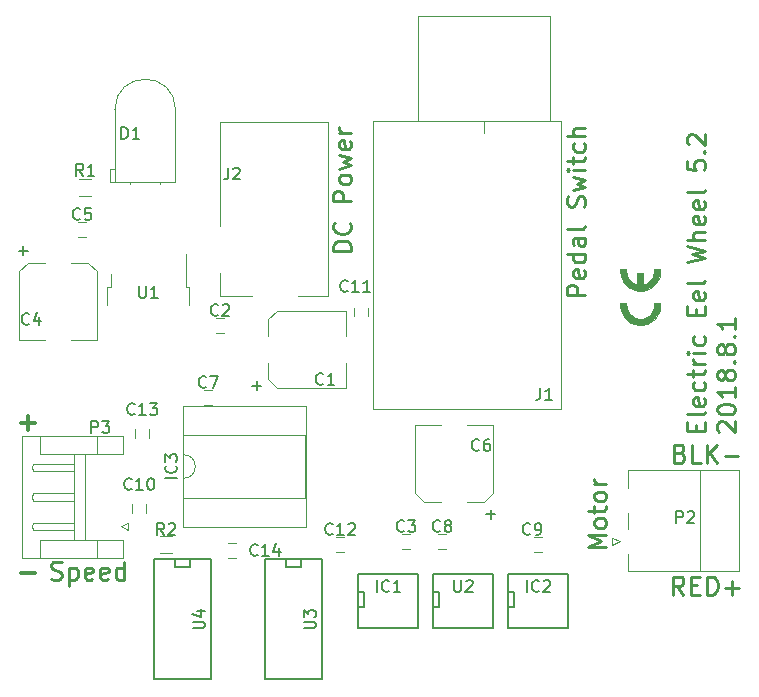
<source format=gto>
G04 #@! TF.FileFunction,Legend,Top*
%FSLAX46Y46*%
G04 Gerber Fmt 4.6, Leading zero omitted, Abs format (unit mm)*
G04 Created by KiCad (PCBNEW 4.0.7) date 08/01/18 14:34:15*
%MOMM*%
%LPD*%
G01*
G04 APERTURE LIST*
%ADD10C,0.150000*%
%ADD11C,0.254000*%
%ADD12C,0.300000*%
%ADD13C,0.120000*%
%ADD14C,0.010000*%
%ADD15C,0.050000*%
%ADD16R,1.600000X1.600000*%
%ADD17O,1.600000X1.600000*%
%ADD18R,1.143000X0.508000*%
%ADD19R,3.600000X1.800000*%
%ADD20O,3.600000X1.800000*%
%ADD21R,0.508000X1.143000*%
%ADD22R,3.500000X1.600000*%
%ADD23R,0.800000X0.750000*%
%ADD24R,1.600000X3.500000*%
%ADD25R,0.750000X0.800000*%
%ADD26R,1.800000X1.800000*%
%ADD27C,1.800000*%
%ADD28C,2.500000*%
%ADD29C,2.000000*%
%ADD30C,3.100000*%
%ADD31R,3.500000X3.500000*%
%ADD32R,1.850000X1.850000*%
%ADD33C,1.850000*%
%ADD34R,0.500000X0.900000*%
%ADD35R,1.200000X2.200000*%
%ADD36R,5.800000X6.400000*%
%ADD37C,7.000000*%
G04 APERTURE END LIST*
D10*
D11*
X101019429Y-86868000D02*
X99495429Y-86868000D01*
X100584000Y-86360000D01*
X99495429Y-85852000D01*
X101019429Y-85852000D01*
X101019429Y-84908572D02*
X100946857Y-85053714D01*
X100874286Y-85126286D01*
X100729143Y-85198857D01*
X100293714Y-85198857D01*
X100148571Y-85126286D01*
X100076000Y-85053714D01*
X100003429Y-84908572D01*
X100003429Y-84690857D01*
X100076000Y-84545714D01*
X100148571Y-84473143D01*
X100293714Y-84400572D01*
X100729143Y-84400572D01*
X100874286Y-84473143D01*
X100946857Y-84545714D01*
X101019429Y-84690857D01*
X101019429Y-84908572D01*
X100003429Y-83965143D02*
X100003429Y-83384572D01*
X99495429Y-83747429D02*
X100801714Y-83747429D01*
X100946857Y-83674857D01*
X101019429Y-83529715D01*
X101019429Y-83384572D01*
X101019429Y-82658858D02*
X100946857Y-82804000D01*
X100874286Y-82876572D01*
X100729143Y-82949143D01*
X100293714Y-82949143D01*
X100148571Y-82876572D01*
X100076000Y-82804000D01*
X100003429Y-82658858D01*
X100003429Y-82441143D01*
X100076000Y-82296000D01*
X100148571Y-82223429D01*
X100293714Y-82150858D01*
X100729143Y-82150858D01*
X100874286Y-82223429D01*
X100946857Y-82296000D01*
X101019429Y-82441143D01*
X101019429Y-82658858D01*
X101019429Y-81497715D02*
X100003429Y-81497715D01*
X100293714Y-81497715D02*
X100148571Y-81425143D01*
X100076000Y-81352572D01*
X100003429Y-81207429D01*
X100003429Y-81062286D01*
X54029429Y-89516857D02*
X54247143Y-89589429D01*
X54610000Y-89589429D01*
X54755143Y-89516857D01*
X54827714Y-89444286D01*
X54900286Y-89299143D01*
X54900286Y-89154000D01*
X54827714Y-89008857D01*
X54755143Y-88936286D01*
X54610000Y-88863714D01*
X54319714Y-88791143D01*
X54174572Y-88718571D01*
X54102000Y-88646000D01*
X54029429Y-88500857D01*
X54029429Y-88355714D01*
X54102000Y-88210571D01*
X54174572Y-88138000D01*
X54319714Y-88065429D01*
X54682572Y-88065429D01*
X54900286Y-88138000D01*
X55553429Y-88573429D02*
X55553429Y-90097429D01*
X55553429Y-88646000D02*
X55698572Y-88573429D01*
X55988858Y-88573429D01*
X56134001Y-88646000D01*
X56206572Y-88718571D01*
X56279143Y-88863714D01*
X56279143Y-89299143D01*
X56206572Y-89444286D01*
X56134001Y-89516857D01*
X55988858Y-89589429D01*
X55698572Y-89589429D01*
X55553429Y-89516857D01*
X57512858Y-89516857D02*
X57367715Y-89589429D01*
X57077429Y-89589429D01*
X56932286Y-89516857D01*
X56859715Y-89371714D01*
X56859715Y-88791143D01*
X56932286Y-88646000D01*
X57077429Y-88573429D01*
X57367715Y-88573429D01*
X57512858Y-88646000D01*
X57585429Y-88791143D01*
X57585429Y-88936286D01*
X56859715Y-89081429D01*
X58819144Y-89516857D02*
X58674001Y-89589429D01*
X58383715Y-89589429D01*
X58238572Y-89516857D01*
X58166001Y-89371714D01*
X58166001Y-88791143D01*
X58238572Y-88646000D01*
X58383715Y-88573429D01*
X58674001Y-88573429D01*
X58819144Y-88646000D01*
X58891715Y-88791143D01*
X58891715Y-88936286D01*
X58166001Y-89081429D01*
X60198001Y-89589429D02*
X60198001Y-88065429D01*
X60198001Y-89516857D02*
X60052858Y-89589429D01*
X59762572Y-89589429D01*
X59617430Y-89516857D01*
X59544858Y-89444286D01*
X59472287Y-89299143D01*
X59472287Y-88863714D01*
X59544858Y-88718571D01*
X59617430Y-88646000D01*
X59762572Y-88573429D01*
X60052858Y-88573429D01*
X60198001Y-88646000D01*
X108603143Y-76980143D02*
X108603143Y-76472143D01*
X109401429Y-76254429D02*
X109401429Y-76980143D01*
X107877429Y-76980143D01*
X107877429Y-76254429D01*
X109401429Y-75383572D02*
X109328857Y-75528714D01*
X109183714Y-75601286D01*
X107877429Y-75601286D01*
X109328857Y-74222428D02*
X109401429Y-74367571D01*
X109401429Y-74657857D01*
X109328857Y-74803000D01*
X109183714Y-74875571D01*
X108603143Y-74875571D01*
X108458000Y-74803000D01*
X108385429Y-74657857D01*
X108385429Y-74367571D01*
X108458000Y-74222428D01*
X108603143Y-74149857D01*
X108748286Y-74149857D01*
X108893429Y-74875571D01*
X109328857Y-72843571D02*
X109401429Y-72988714D01*
X109401429Y-73279000D01*
X109328857Y-73424142D01*
X109256286Y-73496714D01*
X109111143Y-73569285D01*
X108675714Y-73569285D01*
X108530571Y-73496714D01*
X108458000Y-73424142D01*
X108385429Y-73279000D01*
X108385429Y-72988714D01*
X108458000Y-72843571D01*
X108385429Y-72408142D02*
X108385429Y-71827571D01*
X107877429Y-72190428D02*
X109183714Y-72190428D01*
X109328857Y-72117856D01*
X109401429Y-71972714D01*
X109401429Y-71827571D01*
X109401429Y-71319571D02*
X108385429Y-71319571D01*
X108675714Y-71319571D02*
X108530571Y-71246999D01*
X108458000Y-71174428D01*
X108385429Y-71029285D01*
X108385429Y-70884142D01*
X109401429Y-70376142D02*
X108385429Y-70376142D01*
X107877429Y-70376142D02*
X107950000Y-70448713D01*
X108022571Y-70376142D01*
X107950000Y-70303570D01*
X107877429Y-70376142D01*
X108022571Y-70376142D01*
X109328857Y-68997285D02*
X109401429Y-69142428D01*
X109401429Y-69432714D01*
X109328857Y-69577856D01*
X109256286Y-69650428D01*
X109111143Y-69722999D01*
X108675714Y-69722999D01*
X108530571Y-69650428D01*
X108458000Y-69577856D01*
X108385429Y-69432714D01*
X108385429Y-69142428D01*
X108458000Y-68997285D01*
X108603143Y-67182999D02*
X108603143Y-66674999D01*
X109401429Y-66457285D02*
X109401429Y-67182999D01*
X107877429Y-67182999D01*
X107877429Y-66457285D01*
X109328857Y-65223570D02*
X109401429Y-65368713D01*
X109401429Y-65658999D01*
X109328857Y-65804142D01*
X109183714Y-65876713D01*
X108603143Y-65876713D01*
X108458000Y-65804142D01*
X108385429Y-65658999D01*
X108385429Y-65368713D01*
X108458000Y-65223570D01*
X108603143Y-65150999D01*
X108748286Y-65150999D01*
X108893429Y-65876713D01*
X109401429Y-64280142D02*
X109328857Y-64425284D01*
X109183714Y-64497856D01*
X107877429Y-64497856D01*
X107877429Y-62683570D02*
X109401429Y-62320713D01*
X108312857Y-62030427D01*
X109401429Y-61740141D01*
X107877429Y-61377284D01*
X109401429Y-60796713D02*
X107877429Y-60796713D01*
X109401429Y-60143570D02*
X108603143Y-60143570D01*
X108458000Y-60216141D01*
X108385429Y-60361284D01*
X108385429Y-60578999D01*
X108458000Y-60724141D01*
X108530571Y-60796713D01*
X109328857Y-58837284D02*
X109401429Y-58982427D01*
X109401429Y-59272713D01*
X109328857Y-59417856D01*
X109183714Y-59490427D01*
X108603143Y-59490427D01*
X108458000Y-59417856D01*
X108385429Y-59272713D01*
X108385429Y-58982427D01*
X108458000Y-58837284D01*
X108603143Y-58764713D01*
X108748286Y-58764713D01*
X108893429Y-59490427D01*
X109328857Y-57530998D02*
X109401429Y-57676141D01*
X109401429Y-57966427D01*
X109328857Y-58111570D01*
X109183714Y-58184141D01*
X108603143Y-58184141D01*
X108458000Y-58111570D01*
X108385429Y-57966427D01*
X108385429Y-57676141D01*
X108458000Y-57530998D01*
X108603143Y-57458427D01*
X108748286Y-57458427D01*
X108893429Y-58184141D01*
X109401429Y-56587570D02*
X109328857Y-56732712D01*
X109183714Y-56805284D01*
X107877429Y-56805284D01*
X107877429Y-54120141D02*
X107877429Y-54845855D01*
X108603143Y-54918426D01*
X108530571Y-54845855D01*
X108458000Y-54700712D01*
X108458000Y-54337855D01*
X108530571Y-54192712D01*
X108603143Y-54120141D01*
X108748286Y-54047569D01*
X109111143Y-54047569D01*
X109256286Y-54120141D01*
X109328857Y-54192712D01*
X109401429Y-54337855D01*
X109401429Y-54700712D01*
X109328857Y-54845855D01*
X109256286Y-54918426D01*
X109256286Y-53394426D02*
X109328857Y-53321854D01*
X109401429Y-53394426D01*
X109328857Y-53466997D01*
X109256286Y-53394426D01*
X109401429Y-53394426D01*
X108022571Y-52741283D02*
X107950000Y-52668712D01*
X107877429Y-52523569D01*
X107877429Y-52160712D01*
X107950000Y-52015569D01*
X108022571Y-51942998D01*
X108167714Y-51870426D01*
X108312857Y-51870426D01*
X108530571Y-51942998D01*
X109401429Y-52813855D01*
X109401429Y-51870426D01*
X110562571Y-77052714D02*
X110490000Y-76980143D01*
X110417429Y-76835000D01*
X110417429Y-76472143D01*
X110490000Y-76327000D01*
X110562571Y-76254429D01*
X110707714Y-76181857D01*
X110852857Y-76181857D01*
X111070571Y-76254429D01*
X111941429Y-77125286D01*
X111941429Y-76181857D01*
X110417429Y-75238428D02*
X110417429Y-75093285D01*
X110490000Y-74948142D01*
X110562571Y-74875571D01*
X110707714Y-74803000D01*
X110998000Y-74730428D01*
X111360857Y-74730428D01*
X111651143Y-74803000D01*
X111796286Y-74875571D01*
X111868857Y-74948142D01*
X111941429Y-75093285D01*
X111941429Y-75238428D01*
X111868857Y-75383571D01*
X111796286Y-75456142D01*
X111651143Y-75528714D01*
X111360857Y-75601285D01*
X110998000Y-75601285D01*
X110707714Y-75528714D01*
X110562571Y-75456142D01*
X110490000Y-75383571D01*
X110417429Y-75238428D01*
X111941429Y-73278999D02*
X111941429Y-74149856D01*
X111941429Y-73714428D02*
X110417429Y-73714428D01*
X110635143Y-73859571D01*
X110780286Y-74004713D01*
X110852857Y-74149856D01*
X111070571Y-72408142D02*
X110998000Y-72553284D01*
X110925429Y-72625856D01*
X110780286Y-72698427D01*
X110707714Y-72698427D01*
X110562571Y-72625856D01*
X110490000Y-72553284D01*
X110417429Y-72408142D01*
X110417429Y-72117856D01*
X110490000Y-71972713D01*
X110562571Y-71900142D01*
X110707714Y-71827570D01*
X110780286Y-71827570D01*
X110925429Y-71900142D01*
X110998000Y-71972713D01*
X111070571Y-72117856D01*
X111070571Y-72408142D01*
X111143143Y-72553284D01*
X111215714Y-72625856D01*
X111360857Y-72698427D01*
X111651143Y-72698427D01*
X111796286Y-72625856D01*
X111868857Y-72553284D01*
X111941429Y-72408142D01*
X111941429Y-72117856D01*
X111868857Y-71972713D01*
X111796286Y-71900142D01*
X111651143Y-71827570D01*
X111360857Y-71827570D01*
X111215714Y-71900142D01*
X111143143Y-71972713D01*
X111070571Y-72117856D01*
X111796286Y-71174427D02*
X111868857Y-71101855D01*
X111941429Y-71174427D01*
X111868857Y-71246998D01*
X111796286Y-71174427D01*
X111941429Y-71174427D01*
X111070571Y-70230999D02*
X110998000Y-70376141D01*
X110925429Y-70448713D01*
X110780286Y-70521284D01*
X110707714Y-70521284D01*
X110562571Y-70448713D01*
X110490000Y-70376141D01*
X110417429Y-70230999D01*
X110417429Y-69940713D01*
X110490000Y-69795570D01*
X110562571Y-69722999D01*
X110707714Y-69650427D01*
X110780286Y-69650427D01*
X110925429Y-69722999D01*
X110998000Y-69795570D01*
X111070571Y-69940713D01*
X111070571Y-70230999D01*
X111143143Y-70376141D01*
X111215714Y-70448713D01*
X111360857Y-70521284D01*
X111651143Y-70521284D01*
X111796286Y-70448713D01*
X111868857Y-70376141D01*
X111941429Y-70230999D01*
X111941429Y-69940713D01*
X111868857Y-69795570D01*
X111796286Y-69722999D01*
X111651143Y-69650427D01*
X111360857Y-69650427D01*
X111215714Y-69722999D01*
X111143143Y-69795570D01*
X111070571Y-69940713D01*
X111796286Y-68997284D02*
X111868857Y-68924712D01*
X111941429Y-68997284D01*
X111868857Y-69069855D01*
X111796286Y-68997284D01*
X111941429Y-68997284D01*
X111941429Y-67473284D02*
X111941429Y-68344141D01*
X111941429Y-67908713D02*
X110417429Y-67908713D01*
X110635143Y-68053856D01*
X110780286Y-68198998D01*
X110852857Y-68344141D01*
D12*
X51498572Y-89007143D02*
X52641429Y-89007143D01*
X51498572Y-76307143D02*
X52641429Y-76307143D01*
X52070000Y-76878571D02*
X52070000Y-75735714D01*
D11*
X99241429Y-65495714D02*
X97717429Y-65495714D01*
X97717429Y-64915142D01*
X97790000Y-64770000D01*
X97862571Y-64697428D01*
X98007714Y-64624857D01*
X98225429Y-64624857D01*
X98370571Y-64697428D01*
X98443143Y-64770000D01*
X98515714Y-64915142D01*
X98515714Y-65495714D01*
X99168857Y-63391142D02*
X99241429Y-63536285D01*
X99241429Y-63826571D01*
X99168857Y-63971714D01*
X99023714Y-64044285D01*
X98443143Y-64044285D01*
X98298000Y-63971714D01*
X98225429Y-63826571D01*
X98225429Y-63536285D01*
X98298000Y-63391142D01*
X98443143Y-63318571D01*
X98588286Y-63318571D01*
X98733429Y-64044285D01*
X99241429Y-62012285D02*
X97717429Y-62012285D01*
X99168857Y-62012285D02*
X99241429Y-62157428D01*
X99241429Y-62447714D01*
X99168857Y-62592856D01*
X99096286Y-62665428D01*
X98951143Y-62737999D01*
X98515714Y-62737999D01*
X98370571Y-62665428D01*
X98298000Y-62592856D01*
X98225429Y-62447714D01*
X98225429Y-62157428D01*
X98298000Y-62012285D01*
X99241429Y-60633428D02*
X98443143Y-60633428D01*
X98298000Y-60705999D01*
X98225429Y-60851142D01*
X98225429Y-61141428D01*
X98298000Y-61286571D01*
X99168857Y-60633428D02*
X99241429Y-60778571D01*
X99241429Y-61141428D01*
X99168857Y-61286571D01*
X99023714Y-61359142D01*
X98878571Y-61359142D01*
X98733429Y-61286571D01*
X98660857Y-61141428D01*
X98660857Y-60778571D01*
X98588286Y-60633428D01*
X99241429Y-59690000D02*
X99168857Y-59835142D01*
X99023714Y-59907714D01*
X97717429Y-59907714D01*
X99168857Y-58020856D02*
X99241429Y-57803142D01*
X99241429Y-57440285D01*
X99168857Y-57295142D01*
X99096286Y-57222571D01*
X98951143Y-57149999D01*
X98806000Y-57149999D01*
X98660857Y-57222571D01*
X98588286Y-57295142D01*
X98515714Y-57440285D01*
X98443143Y-57730571D01*
X98370571Y-57875713D01*
X98298000Y-57948285D01*
X98152857Y-58020856D01*
X98007714Y-58020856D01*
X97862571Y-57948285D01*
X97790000Y-57875713D01*
X97717429Y-57730571D01*
X97717429Y-57367713D01*
X97790000Y-57149999D01*
X98225429Y-56641999D02*
X99241429Y-56351713D01*
X98515714Y-56061427D01*
X99241429Y-55771142D01*
X98225429Y-55480856D01*
X99241429Y-54900285D02*
X98225429Y-54900285D01*
X97717429Y-54900285D02*
X97790000Y-54972856D01*
X97862571Y-54900285D01*
X97790000Y-54827713D01*
X97717429Y-54900285D01*
X97862571Y-54900285D01*
X98225429Y-54392285D02*
X98225429Y-53811714D01*
X97717429Y-54174571D02*
X99023714Y-54174571D01*
X99168857Y-54101999D01*
X99241429Y-53956857D01*
X99241429Y-53811714D01*
X99168857Y-52650571D02*
X99241429Y-52795714D01*
X99241429Y-53086000D01*
X99168857Y-53231142D01*
X99096286Y-53303714D01*
X98951143Y-53376285D01*
X98515714Y-53376285D01*
X98370571Y-53303714D01*
X98298000Y-53231142D01*
X98225429Y-53086000D01*
X98225429Y-52795714D01*
X98298000Y-52650571D01*
X99241429Y-51997428D02*
X97717429Y-51997428D01*
X99241429Y-51344285D02*
X98443143Y-51344285D01*
X98298000Y-51416856D01*
X98225429Y-51561999D01*
X98225429Y-51779714D01*
X98298000Y-51924856D01*
X98370571Y-51997428D01*
X79429429Y-61758286D02*
X77905429Y-61758286D01*
X77905429Y-61395429D01*
X77978000Y-61177714D01*
X78123143Y-61032572D01*
X78268286Y-60960000D01*
X78558571Y-60887429D01*
X78776286Y-60887429D01*
X79066571Y-60960000D01*
X79211714Y-61032572D01*
X79356857Y-61177714D01*
X79429429Y-61395429D01*
X79429429Y-61758286D01*
X79284286Y-59363429D02*
X79356857Y-59436000D01*
X79429429Y-59653714D01*
X79429429Y-59798857D01*
X79356857Y-60016572D01*
X79211714Y-60161714D01*
X79066571Y-60234286D01*
X78776286Y-60306857D01*
X78558571Y-60306857D01*
X78268286Y-60234286D01*
X78123143Y-60161714D01*
X77978000Y-60016572D01*
X77905429Y-59798857D01*
X77905429Y-59653714D01*
X77978000Y-59436000D01*
X78050571Y-59363429D01*
X79429429Y-57549143D02*
X77905429Y-57549143D01*
X77905429Y-56968571D01*
X77978000Y-56823429D01*
X78050571Y-56750857D01*
X78195714Y-56678286D01*
X78413429Y-56678286D01*
X78558571Y-56750857D01*
X78631143Y-56823429D01*
X78703714Y-56968571D01*
X78703714Y-57549143D01*
X79429429Y-55807429D02*
X79356857Y-55952571D01*
X79284286Y-56025143D01*
X79139143Y-56097714D01*
X78703714Y-56097714D01*
X78558571Y-56025143D01*
X78486000Y-55952571D01*
X78413429Y-55807429D01*
X78413429Y-55589714D01*
X78486000Y-55444571D01*
X78558571Y-55372000D01*
X78703714Y-55299429D01*
X79139143Y-55299429D01*
X79284286Y-55372000D01*
X79356857Y-55444571D01*
X79429429Y-55589714D01*
X79429429Y-55807429D01*
X78413429Y-54791429D02*
X79429429Y-54501143D01*
X78703714Y-54210857D01*
X79429429Y-53920572D01*
X78413429Y-53630286D01*
X79356857Y-52469143D02*
X79429429Y-52614286D01*
X79429429Y-52904572D01*
X79356857Y-53049715D01*
X79211714Y-53122286D01*
X78631143Y-53122286D01*
X78486000Y-53049715D01*
X78413429Y-52904572D01*
X78413429Y-52614286D01*
X78486000Y-52469143D01*
X78631143Y-52396572D01*
X78776286Y-52396572D01*
X78921429Y-53122286D01*
X79429429Y-51743429D02*
X78413429Y-51743429D01*
X78703714Y-51743429D02*
X78558571Y-51670857D01*
X78486000Y-51598286D01*
X78413429Y-51453143D01*
X78413429Y-51308000D01*
X107550857Y-90859429D02*
X107042857Y-90133714D01*
X106680000Y-90859429D02*
X106680000Y-89335429D01*
X107260572Y-89335429D01*
X107405714Y-89408000D01*
X107478286Y-89480571D01*
X107550857Y-89625714D01*
X107550857Y-89843429D01*
X107478286Y-89988571D01*
X107405714Y-90061143D01*
X107260572Y-90133714D01*
X106680000Y-90133714D01*
X108204000Y-90061143D02*
X108712000Y-90061143D01*
X108929714Y-90859429D02*
X108204000Y-90859429D01*
X108204000Y-89335429D01*
X108929714Y-89335429D01*
X109582857Y-90859429D02*
X109582857Y-89335429D01*
X109945714Y-89335429D01*
X110163429Y-89408000D01*
X110308571Y-89553143D01*
X110381143Y-89698286D01*
X110453714Y-89988571D01*
X110453714Y-90206286D01*
X110381143Y-90496571D01*
X110308571Y-90641714D01*
X110163429Y-90786857D01*
X109945714Y-90859429D01*
X109582857Y-90859429D01*
X111106857Y-90278857D02*
X112268000Y-90278857D01*
X111687429Y-90859429D02*
X111687429Y-89698286D01*
X107260572Y-78885143D02*
X107478286Y-78957714D01*
X107550858Y-79030286D01*
X107623429Y-79175429D01*
X107623429Y-79393143D01*
X107550858Y-79538286D01*
X107478286Y-79610857D01*
X107333144Y-79683429D01*
X106752572Y-79683429D01*
X106752572Y-78159429D01*
X107260572Y-78159429D01*
X107405715Y-78232000D01*
X107478286Y-78304571D01*
X107550858Y-78449714D01*
X107550858Y-78594857D01*
X107478286Y-78740000D01*
X107405715Y-78812571D01*
X107260572Y-78885143D01*
X106752572Y-78885143D01*
X109002286Y-79683429D02*
X108276572Y-79683429D01*
X108276572Y-78159429D01*
X109510286Y-79683429D02*
X109510286Y-78159429D01*
X110381143Y-79683429D02*
X109728000Y-78812571D01*
X110381143Y-78159429D02*
X109510286Y-79030286D01*
X111034286Y-79102857D02*
X112195429Y-79102857D01*
D13*
X65218000Y-79010000D02*
G75*
G02X65218000Y-81010000I0J-1000000D01*
G01*
X65218000Y-81010000D02*
X65218000Y-82660000D01*
X65218000Y-82660000D02*
X75498000Y-82660000D01*
X75498000Y-82660000D02*
X75498000Y-77360000D01*
X75498000Y-77360000D02*
X65218000Y-77360000D01*
X65218000Y-77360000D02*
X65218000Y-79010000D01*
X65158000Y-85150000D02*
X75558000Y-85150000D01*
X75558000Y-85150000D02*
X75558000Y-74870000D01*
X75558000Y-74870000D02*
X65158000Y-74870000D01*
X65158000Y-74870000D02*
X65158000Y-85150000D01*
D10*
X76962000Y-98044000D02*
X72136000Y-98044000D01*
X72136000Y-98044000D02*
X72136000Y-87884000D01*
X72136000Y-87884000D02*
X76962000Y-87884000D01*
X76962000Y-87884000D02*
X76962000Y-98044000D01*
X75184000Y-87884000D02*
X75184000Y-88519000D01*
X75184000Y-88519000D02*
X73914000Y-88519000D01*
X73914000Y-88519000D02*
X73914000Y-87884000D01*
D13*
X102860000Y-88890000D02*
X112220000Y-88890000D01*
X112220000Y-88890000D02*
X112220000Y-80330000D01*
X112220000Y-80330000D02*
X102860000Y-80330000D01*
X102860000Y-88890000D02*
X102860000Y-87410000D01*
X102860000Y-80330000D02*
X102860000Y-81810000D01*
X102860000Y-85310000D02*
X102860000Y-83910000D01*
X108940000Y-88890000D02*
X108940000Y-80330000D01*
X101540000Y-86060000D02*
X102140000Y-86360000D01*
X102140000Y-86360000D02*
X101540000Y-86660000D01*
X101540000Y-86660000D02*
X101540000Y-86060000D01*
D14*
G36*
X102196407Y-66258267D02*
X102199762Y-66229509D01*
X102211675Y-66150067D01*
X102468871Y-66150121D01*
X102726067Y-66150176D01*
X102727353Y-66349088D01*
X102729130Y-66443848D01*
X102734113Y-66516089D01*
X102743909Y-66577119D01*
X102760126Y-66638248D01*
X102774898Y-66683466D01*
X102856180Y-66872813D01*
X102962485Y-67040539D01*
X103091995Y-67185046D01*
X103242893Y-67304731D01*
X103413363Y-67397995D01*
X103601586Y-67463236D01*
X103680056Y-67480862D01*
X103824354Y-67500852D01*
X103959207Y-67501238D01*
X104102789Y-67482021D01*
X104108877Y-67480862D01*
X104303499Y-67427077D01*
X104481174Y-67344623D01*
X104640006Y-67235172D01*
X104778102Y-67100395D01*
X104893565Y-66941961D01*
X104984499Y-66761541D01*
X105013623Y-66683466D01*
X105034856Y-66615408D01*
X105048631Y-66554335D01*
X105056571Y-66488831D01*
X105060300Y-66407479D01*
X105061168Y-66349106D01*
X105062867Y-66150212D01*
X105318983Y-66150139D01*
X105575100Y-66150067D01*
X105585683Y-66202983D01*
X105593444Y-66281259D01*
X105591715Y-66387978D01*
X105580604Y-66519102D01*
X105576219Y-66556466D01*
X105558505Y-66654023D01*
X105528874Y-66768756D01*
X105491073Y-66889112D01*
X105448851Y-67003541D01*
X105405954Y-67100490D01*
X105389766Y-67131220D01*
X105258207Y-67333251D01*
X105103599Y-67513491D01*
X104928772Y-67669207D01*
X104736556Y-67797667D01*
X104654206Y-67841414D01*
X104469419Y-67922111D01*
X104290766Y-67976742D01*
X104106836Y-68007968D01*
X103906221Y-68018447D01*
X103894466Y-68018474D01*
X103692898Y-68009097D01*
X103508645Y-67979184D01*
X103330250Y-67926064D01*
X103146258Y-67847063D01*
X103134119Y-67841110D01*
X102959408Y-67739181D01*
X102793101Y-67612029D01*
X102640807Y-67465391D01*
X102508137Y-67305003D01*
X102400701Y-67136601D01*
X102355379Y-67044863D01*
X102306236Y-66918071D01*
X102264107Y-66778837D01*
X102230525Y-66635199D01*
X102207025Y-66495198D01*
X102195140Y-66366874D01*
X102196407Y-66258267D01*
X102196407Y-66258267D01*
G37*
X102196407Y-66258267D02*
X102199762Y-66229509D01*
X102211675Y-66150067D01*
X102468871Y-66150121D01*
X102726067Y-66150176D01*
X102727353Y-66349088D01*
X102729130Y-66443848D01*
X102734113Y-66516089D01*
X102743909Y-66577119D01*
X102760126Y-66638248D01*
X102774898Y-66683466D01*
X102856180Y-66872813D01*
X102962485Y-67040539D01*
X103091995Y-67185046D01*
X103242893Y-67304731D01*
X103413363Y-67397995D01*
X103601586Y-67463236D01*
X103680056Y-67480862D01*
X103824354Y-67500852D01*
X103959207Y-67501238D01*
X104102789Y-67482021D01*
X104108877Y-67480862D01*
X104303499Y-67427077D01*
X104481174Y-67344623D01*
X104640006Y-67235172D01*
X104778102Y-67100395D01*
X104893565Y-66941961D01*
X104984499Y-66761541D01*
X105013623Y-66683466D01*
X105034856Y-66615408D01*
X105048631Y-66554335D01*
X105056571Y-66488831D01*
X105060300Y-66407479D01*
X105061168Y-66349106D01*
X105062867Y-66150212D01*
X105318983Y-66150139D01*
X105575100Y-66150067D01*
X105585683Y-66202983D01*
X105593444Y-66281259D01*
X105591715Y-66387978D01*
X105580604Y-66519102D01*
X105576219Y-66556466D01*
X105558505Y-66654023D01*
X105528874Y-66768756D01*
X105491073Y-66889112D01*
X105448851Y-67003541D01*
X105405954Y-67100490D01*
X105389766Y-67131220D01*
X105258207Y-67333251D01*
X105103599Y-67513491D01*
X104928772Y-67669207D01*
X104736556Y-67797667D01*
X104654206Y-67841414D01*
X104469419Y-67922111D01*
X104290766Y-67976742D01*
X104106836Y-68007968D01*
X103906221Y-68018447D01*
X103894466Y-68018474D01*
X103692898Y-68009097D01*
X103508645Y-67979184D01*
X103330250Y-67926064D01*
X103146258Y-67847063D01*
X103134119Y-67841110D01*
X102959408Y-67739181D01*
X102793101Y-67612029D01*
X102640807Y-67465391D01*
X102508137Y-67305003D01*
X102400701Y-67136601D01*
X102355379Y-67044863D01*
X102306236Y-66918071D01*
X102264107Y-66778837D01*
X102230525Y-66635199D01*
X102207025Y-66495198D01*
X102195140Y-66366874D01*
X102196407Y-66258267D01*
G36*
X102200087Y-63345619D02*
X102200862Y-63340740D01*
X102212723Y-63270535D01*
X102466109Y-63275201D01*
X102719494Y-63279866D01*
X102724550Y-63474600D01*
X102742693Y-63670731D01*
X102787620Y-63848668D01*
X102861175Y-64012708D01*
X102965201Y-64167148D01*
X103073932Y-64289035D01*
X103149007Y-64360611D01*
X103217833Y-64414883D01*
X103294232Y-64461823D01*
X103361798Y-64496733D01*
X103434737Y-64531061D01*
X103502289Y-64560075D01*
X103555114Y-64579899D01*
X103576967Y-64585992D01*
X103632000Y-64596433D01*
X103632000Y-63610066D01*
X104156933Y-63610066D01*
X104156933Y-64596433D01*
X104211967Y-64585992D01*
X104250372Y-64574130D01*
X104309518Y-64550586D01*
X104380062Y-64519233D01*
X104427135Y-64496733D01*
X104517571Y-64448891D01*
X104590468Y-64400909D01*
X104659647Y-64342813D01*
X104715001Y-64289035D01*
X104845255Y-64139243D01*
X104943533Y-63983358D01*
X105011679Y-63817083D01*
X105051537Y-63636119D01*
X105064383Y-63474600D01*
X105069439Y-63279866D01*
X105322183Y-63275204D01*
X105574928Y-63270541D01*
X105585597Y-63323887D01*
X105593391Y-63401342D01*
X105592005Y-63505448D01*
X105581588Y-63630297D01*
X105576926Y-63669333D01*
X105531535Y-63896632D01*
X105455945Y-64112727D01*
X105352594Y-64315147D01*
X105223920Y-64501419D01*
X105072360Y-64669073D01*
X104900352Y-64815635D01*
X104710334Y-64938635D01*
X104504744Y-65035599D01*
X104286019Y-65104056D01*
X104133843Y-65132674D01*
X103900186Y-65148883D01*
X103671115Y-65133310D01*
X103449247Y-65087739D01*
X103237201Y-65013956D01*
X103037594Y-64913746D01*
X102853043Y-64788897D01*
X102686166Y-64641192D01*
X102539580Y-64472418D01*
X102415904Y-64284360D01*
X102317755Y-64078804D01*
X102247750Y-63857535D01*
X102244518Y-63843865D01*
X102223626Y-63737573D01*
X102207909Y-63625054D01*
X102198195Y-63515857D01*
X102195311Y-63419529D01*
X102200087Y-63345619D01*
X102200087Y-63345619D01*
G37*
X102200087Y-63345619D02*
X102200862Y-63340740D01*
X102212723Y-63270535D01*
X102466109Y-63275201D01*
X102719494Y-63279866D01*
X102724550Y-63474600D01*
X102742693Y-63670731D01*
X102787620Y-63848668D01*
X102861175Y-64012708D01*
X102965201Y-64167148D01*
X103073932Y-64289035D01*
X103149007Y-64360611D01*
X103217833Y-64414883D01*
X103294232Y-64461823D01*
X103361798Y-64496733D01*
X103434737Y-64531061D01*
X103502289Y-64560075D01*
X103555114Y-64579899D01*
X103576967Y-64585992D01*
X103632000Y-64596433D01*
X103632000Y-63610066D01*
X104156933Y-63610066D01*
X104156933Y-64596433D01*
X104211967Y-64585992D01*
X104250372Y-64574130D01*
X104309518Y-64550586D01*
X104380062Y-64519233D01*
X104427135Y-64496733D01*
X104517571Y-64448891D01*
X104590468Y-64400909D01*
X104659647Y-64342813D01*
X104715001Y-64289035D01*
X104845255Y-64139243D01*
X104943533Y-63983358D01*
X105011679Y-63817083D01*
X105051537Y-63636119D01*
X105064383Y-63474600D01*
X105069439Y-63279866D01*
X105322183Y-63275204D01*
X105574928Y-63270541D01*
X105585597Y-63323887D01*
X105593391Y-63401342D01*
X105592005Y-63505448D01*
X105581588Y-63630297D01*
X105576926Y-63669333D01*
X105531535Y-63896632D01*
X105455945Y-64112727D01*
X105352594Y-64315147D01*
X105223920Y-64501419D01*
X105072360Y-64669073D01*
X104900352Y-64815635D01*
X104710334Y-64938635D01*
X104504744Y-65035599D01*
X104286019Y-65104056D01*
X104133843Y-65132674D01*
X103900186Y-65148883D01*
X103671115Y-65133310D01*
X103449247Y-65087739D01*
X103237201Y-65013956D01*
X103037594Y-64913746D01*
X102853043Y-64788897D01*
X102686166Y-64641192D01*
X102539580Y-64472418D01*
X102415904Y-64284360D01*
X102317755Y-64078804D01*
X102247750Y-63857535D01*
X102244518Y-63843865D01*
X102223626Y-63737573D01*
X102207909Y-63625054D01*
X102198195Y-63515857D01*
X102195311Y-63419529D01*
X102200087Y-63345619D01*
D10*
X80010000Y-89154000D02*
X85090000Y-89154000D01*
X85090000Y-89154000D02*
X85090000Y-93726000D01*
X85090000Y-93726000D02*
X80010000Y-93726000D01*
X80010000Y-93726000D02*
X80010000Y-89154000D01*
X80010000Y-90678000D02*
X80518000Y-90678000D01*
X80518000Y-90678000D02*
X80518000Y-91948000D01*
X80518000Y-91948000D02*
X80010000Y-91948000D01*
X92710000Y-89154000D02*
X97790000Y-89154000D01*
X97790000Y-89154000D02*
X97790000Y-93726000D01*
X97790000Y-93726000D02*
X92710000Y-93726000D01*
X92710000Y-93726000D02*
X92710000Y-89154000D01*
X92710000Y-90678000D02*
X93218000Y-90678000D01*
X93218000Y-90678000D02*
X93218000Y-91948000D01*
X93218000Y-91948000D02*
X92710000Y-91948000D01*
D13*
X78992000Y-66804000D02*
X78992000Y-68984000D01*
X78992000Y-73404000D02*
X78992000Y-71224000D01*
X72392000Y-72644000D02*
X72392000Y-71224000D01*
X72392000Y-67564000D02*
X72392000Y-68984000D01*
X78992000Y-73404000D02*
X73152000Y-73404000D01*
X73152000Y-73404000D02*
X72392000Y-72644000D01*
X72392000Y-67564000D02*
X73152000Y-66804000D01*
X73152000Y-66804000D02*
X78992000Y-66804000D01*
X67976000Y-67472000D02*
X68676000Y-67472000D01*
X68676000Y-68672000D02*
X67976000Y-68672000D01*
X83724000Y-85760000D02*
X84424000Y-85760000D01*
X84424000Y-86960000D02*
X83724000Y-86960000D01*
X57910000Y-69340000D02*
X55730000Y-69340000D01*
X51310000Y-69340000D02*
X53490000Y-69340000D01*
X52070000Y-62740000D02*
X53490000Y-62740000D01*
X57150000Y-62740000D02*
X55730000Y-62740000D01*
X51310000Y-69340000D02*
X51310000Y-63500000D01*
X51310000Y-63500000D02*
X52070000Y-62740000D01*
X57150000Y-62740000D02*
X57910000Y-63500000D01*
X57910000Y-63500000D02*
X57910000Y-69340000D01*
X56292000Y-59344000D02*
X56992000Y-59344000D01*
X56992000Y-60544000D02*
X56292000Y-60544000D01*
X84838000Y-76456000D02*
X87018000Y-76456000D01*
X91438000Y-76456000D02*
X89258000Y-76456000D01*
X90678000Y-83056000D02*
X89258000Y-83056000D01*
X85598000Y-83056000D02*
X87018000Y-83056000D01*
X91438000Y-76456000D02*
X91438000Y-82296000D01*
X91438000Y-82296000D02*
X90678000Y-83056000D01*
X85598000Y-83056000D02*
X84838000Y-82296000D01*
X84838000Y-82296000D02*
X84838000Y-76456000D01*
X67660000Y-74768000D02*
X66960000Y-74768000D01*
X66960000Y-73568000D02*
X67660000Y-73568000D01*
X86772000Y-85760000D02*
X87472000Y-85760000D01*
X87472000Y-86960000D02*
X86772000Y-86960000D01*
X94900000Y-86014000D02*
X95600000Y-86014000D01*
X95600000Y-87214000D02*
X94900000Y-87214000D01*
X60868000Y-83916000D02*
X60868000Y-83216000D01*
X62068000Y-83216000D02*
X62068000Y-83916000D01*
X80864000Y-66579000D02*
X80864000Y-67279000D01*
X79664000Y-67279000D02*
X79664000Y-66579000D01*
X78836000Y-87214000D02*
X78136000Y-87214000D01*
X78136000Y-86014000D02*
X78836000Y-86014000D01*
X59416000Y-49780000D02*
G75*
G02X64536000Y-49780000I2560000J0D01*
G01*
X64536000Y-55940000D02*
X64536000Y-49780000D01*
X59416000Y-55940000D02*
X59416000Y-49780000D01*
X64536000Y-55940000D02*
X59416000Y-55940000D01*
X59016000Y-55940000D02*
X59016000Y-54820000D01*
X59016000Y-54820000D02*
X59416000Y-54820000D01*
X59416000Y-54820000D02*
X59416000Y-55940000D01*
X59416000Y-55940000D02*
X59016000Y-55940000D01*
X63246000Y-56070000D02*
X63246000Y-55940000D01*
X63246000Y-55940000D02*
X63246000Y-55940000D01*
X63246000Y-55940000D02*
X63246000Y-56070000D01*
X63246000Y-56070000D02*
X63246000Y-56070000D01*
X60706000Y-56070000D02*
X60706000Y-55940000D01*
X60706000Y-55940000D02*
X60706000Y-55940000D01*
X60706000Y-55940000D02*
X60706000Y-56070000D01*
X60706000Y-56070000D02*
X60706000Y-56070000D01*
D15*
X81278000Y-75100000D02*
X97178000Y-75100000D01*
X81278000Y-50800000D02*
X90678000Y-50800000D01*
X81278000Y-50800000D02*
X81278000Y-75100000D01*
X85078000Y-50800000D02*
X85078000Y-41900000D01*
X85078000Y-41900000D02*
X96278000Y-41900000D01*
X96278000Y-41900000D02*
X96278000Y-50800000D01*
X90678000Y-50800000D02*
X90678000Y-51800000D01*
X97178000Y-75100000D02*
X97178000Y-50800000D01*
X90678000Y-50800000D02*
X97178000Y-50800000D01*
D13*
X68298000Y-59643000D02*
X68298000Y-50843000D01*
X68298000Y-50843000D02*
X77498000Y-50843000D01*
X70998000Y-65543000D02*
X68298000Y-65543000D01*
X68298000Y-65543000D02*
X68298000Y-63643000D01*
X77498000Y-50843000D02*
X77498000Y-65543000D01*
X77498000Y-65543000D02*
X74898000Y-65543000D01*
X57870000Y-86240000D02*
X60070000Y-86240000D01*
X60070000Y-86240000D02*
X60070000Y-87740000D01*
X60070000Y-87740000D02*
X51570000Y-87740000D01*
X51570000Y-87740000D02*
X51570000Y-77440000D01*
X51570000Y-77440000D02*
X60070000Y-77440000D01*
X60070000Y-77440000D02*
X60070000Y-78940000D01*
X60070000Y-78940000D02*
X57870000Y-78940000D01*
X53070000Y-87740000D02*
X53070000Y-86240000D01*
X53070000Y-86240000D02*
X57870000Y-86240000D01*
X57870000Y-86240000D02*
X57870000Y-87740000D01*
X53070000Y-77440000D02*
X53070000Y-78940000D01*
X53070000Y-78940000D02*
X57870000Y-78940000D01*
X57870000Y-78940000D02*
X57870000Y-77440000D01*
X55920000Y-86240000D02*
X55920000Y-78940000D01*
X56920000Y-86240000D02*
X56920000Y-78940000D01*
X55920000Y-85090000D02*
X55920000Y-85410000D01*
X55920000Y-85410000D02*
X52500000Y-85410000D01*
X52500000Y-85410000D02*
X52420000Y-85090000D01*
X52420000Y-85090000D02*
X52500000Y-84770000D01*
X52500000Y-84770000D02*
X55920000Y-84770000D01*
X55920000Y-84770000D02*
X55920000Y-85090000D01*
X55920000Y-82590000D02*
X55920000Y-82910000D01*
X55920000Y-82910000D02*
X52500000Y-82910000D01*
X52500000Y-82910000D02*
X52420000Y-82590000D01*
X52420000Y-82590000D02*
X52500000Y-82270000D01*
X52500000Y-82270000D02*
X55920000Y-82270000D01*
X55920000Y-82270000D02*
X55920000Y-82590000D01*
X55920000Y-80090000D02*
X55920000Y-80410000D01*
X55920000Y-80410000D02*
X52500000Y-80410000D01*
X52500000Y-80410000D02*
X52420000Y-80090000D01*
X52420000Y-80090000D02*
X52500000Y-79770000D01*
X52500000Y-79770000D02*
X55920000Y-79770000D01*
X55920000Y-79770000D02*
X55920000Y-80090000D01*
X59920000Y-85090000D02*
X60520000Y-85390000D01*
X60520000Y-85390000D02*
X60520000Y-84790000D01*
X60520000Y-84790000D02*
X59920000Y-85090000D01*
X57396000Y-57068000D02*
X56396000Y-57068000D01*
X56396000Y-55708000D02*
X57396000Y-55708000D01*
X65680000Y-66340000D02*
X65680000Y-64840000D01*
X65680000Y-64840000D02*
X65410000Y-64840000D01*
X65410000Y-64840000D02*
X65410000Y-62010000D01*
X58780000Y-66340000D02*
X58780000Y-64840000D01*
X58780000Y-64840000D02*
X59050000Y-64840000D01*
X59050000Y-64840000D02*
X59050000Y-63740000D01*
D10*
X86360000Y-89154000D02*
X91440000Y-89154000D01*
X91440000Y-89154000D02*
X91440000Y-93726000D01*
X91440000Y-93726000D02*
X86360000Y-93726000D01*
X86360000Y-93726000D02*
X86360000Y-89154000D01*
X86360000Y-90678000D02*
X86868000Y-90678000D01*
X86868000Y-90678000D02*
X86868000Y-91948000D01*
X86868000Y-91948000D02*
X86360000Y-91948000D01*
D13*
X62322000Y-76866000D02*
X62322000Y-77566000D01*
X61122000Y-77566000D02*
X61122000Y-76866000D01*
X63254000Y-85934000D02*
X64254000Y-85934000D01*
X64254000Y-87294000D02*
X63254000Y-87294000D01*
X69692000Y-87722000D02*
X68992000Y-87722000D01*
X68992000Y-86522000D02*
X69692000Y-86522000D01*
D10*
X67564000Y-98044000D02*
X62738000Y-98044000D01*
X62738000Y-98044000D02*
X62738000Y-87884000D01*
X62738000Y-87884000D02*
X67564000Y-87884000D01*
X67564000Y-87884000D02*
X67564000Y-98044000D01*
X65786000Y-87884000D02*
X65786000Y-88519000D01*
X65786000Y-88519000D02*
X64516000Y-88519000D01*
X64516000Y-88519000D02*
X64516000Y-87884000D01*
X64670381Y-80986190D02*
X63670381Y-80986190D01*
X64575143Y-79938571D02*
X64622762Y-79986190D01*
X64670381Y-80129047D01*
X64670381Y-80224285D01*
X64622762Y-80367143D01*
X64527524Y-80462381D01*
X64432286Y-80510000D01*
X64241810Y-80557619D01*
X64098952Y-80557619D01*
X63908476Y-80510000D01*
X63813238Y-80462381D01*
X63718000Y-80367143D01*
X63670381Y-80224285D01*
X63670381Y-80129047D01*
X63718000Y-79986190D01*
X63765619Y-79938571D01*
X63670381Y-79605238D02*
X63670381Y-78986190D01*
X64051333Y-79319524D01*
X64051333Y-79176666D01*
X64098952Y-79081428D01*
X64146571Y-79033809D01*
X64241810Y-78986190D01*
X64479905Y-78986190D01*
X64575143Y-79033809D01*
X64622762Y-79081428D01*
X64670381Y-79176666D01*
X64670381Y-79462381D01*
X64622762Y-79557619D01*
X64575143Y-79605238D01*
X75398381Y-93725905D02*
X76207905Y-93725905D01*
X76303143Y-93678286D01*
X76350762Y-93630667D01*
X76398381Y-93535429D01*
X76398381Y-93344952D01*
X76350762Y-93249714D01*
X76303143Y-93202095D01*
X76207905Y-93154476D01*
X75398381Y-93154476D01*
X75398381Y-92773524D02*
X75398381Y-92154476D01*
X75779333Y-92487810D01*
X75779333Y-92344952D01*
X75826952Y-92249714D01*
X75874571Y-92202095D01*
X75969810Y-92154476D01*
X76207905Y-92154476D01*
X76303143Y-92202095D01*
X76350762Y-92249714D01*
X76398381Y-92344952D01*
X76398381Y-92630667D01*
X76350762Y-92725905D01*
X76303143Y-92773524D01*
X106957905Y-84780381D02*
X106957905Y-83780381D01*
X107338858Y-83780381D01*
X107434096Y-83828000D01*
X107481715Y-83875619D01*
X107529334Y-83970857D01*
X107529334Y-84113714D01*
X107481715Y-84208952D01*
X107434096Y-84256571D01*
X107338858Y-84304190D01*
X106957905Y-84304190D01*
X107910286Y-83875619D02*
X107957905Y-83828000D01*
X108053143Y-83780381D01*
X108291239Y-83780381D01*
X108386477Y-83828000D01*
X108434096Y-83875619D01*
X108481715Y-83970857D01*
X108481715Y-84066095D01*
X108434096Y-84208952D01*
X107862667Y-84780381D01*
X108481715Y-84780381D01*
X81573810Y-90622381D02*
X81573810Y-89622381D01*
X82621429Y-90527143D02*
X82573810Y-90574762D01*
X82430953Y-90622381D01*
X82335715Y-90622381D01*
X82192857Y-90574762D01*
X82097619Y-90479524D01*
X82050000Y-90384286D01*
X82002381Y-90193810D01*
X82002381Y-90050952D01*
X82050000Y-89860476D01*
X82097619Y-89765238D01*
X82192857Y-89670000D01*
X82335715Y-89622381D01*
X82430953Y-89622381D01*
X82573810Y-89670000D01*
X82621429Y-89717619D01*
X83573810Y-90622381D02*
X83002381Y-90622381D01*
X83288095Y-90622381D02*
X83288095Y-89622381D01*
X83192857Y-89765238D01*
X83097619Y-89860476D01*
X83002381Y-89908095D01*
X94273810Y-90622381D02*
X94273810Y-89622381D01*
X95321429Y-90527143D02*
X95273810Y-90574762D01*
X95130953Y-90622381D01*
X95035715Y-90622381D01*
X94892857Y-90574762D01*
X94797619Y-90479524D01*
X94750000Y-90384286D01*
X94702381Y-90193810D01*
X94702381Y-90050952D01*
X94750000Y-89860476D01*
X94797619Y-89765238D01*
X94892857Y-89670000D01*
X95035715Y-89622381D01*
X95130953Y-89622381D01*
X95273810Y-89670000D01*
X95321429Y-89717619D01*
X95702381Y-89717619D02*
X95750000Y-89670000D01*
X95845238Y-89622381D01*
X96083334Y-89622381D01*
X96178572Y-89670000D01*
X96226191Y-89717619D01*
X96273810Y-89812857D01*
X96273810Y-89908095D01*
X96226191Y-90050952D01*
X95654762Y-90622381D01*
X96273810Y-90622381D01*
X77049334Y-73001143D02*
X77001715Y-73048762D01*
X76858858Y-73096381D01*
X76763620Y-73096381D01*
X76620762Y-73048762D01*
X76525524Y-72953524D01*
X76477905Y-72858286D01*
X76430286Y-72667810D01*
X76430286Y-72524952D01*
X76477905Y-72334476D01*
X76525524Y-72239238D01*
X76620762Y-72144000D01*
X76763620Y-72096381D01*
X76858858Y-72096381D01*
X77001715Y-72144000D01*
X77049334Y-72191619D01*
X78001715Y-73096381D02*
X77430286Y-73096381D01*
X77716000Y-73096381D02*
X77716000Y-72096381D01*
X77620762Y-72239238D01*
X77525524Y-72334476D01*
X77430286Y-72382095D01*
X71031048Y-73185429D02*
X71792953Y-73185429D01*
X71412001Y-73566381D02*
X71412001Y-72804476D01*
X68159334Y-67159143D02*
X68111715Y-67206762D01*
X67968858Y-67254381D01*
X67873620Y-67254381D01*
X67730762Y-67206762D01*
X67635524Y-67111524D01*
X67587905Y-67016286D01*
X67540286Y-66825810D01*
X67540286Y-66682952D01*
X67587905Y-66492476D01*
X67635524Y-66397238D01*
X67730762Y-66302000D01*
X67873620Y-66254381D01*
X67968858Y-66254381D01*
X68111715Y-66302000D01*
X68159334Y-66349619D01*
X68540286Y-66349619D02*
X68587905Y-66302000D01*
X68683143Y-66254381D01*
X68921239Y-66254381D01*
X69016477Y-66302000D01*
X69064096Y-66349619D01*
X69111715Y-66444857D01*
X69111715Y-66540095D01*
X69064096Y-66682952D01*
X68492667Y-67254381D01*
X69111715Y-67254381D01*
X83907334Y-85447143D02*
X83859715Y-85494762D01*
X83716858Y-85542381D01*
X83621620Y-85542381D01*
X83478762Y-85494762D01*
X83383524Y-85399524D01*
X83335905Y-85304286D01*
X83288286Y-85113810D01*
X83288286Y-84970952D01*
X83335905Y-84780476D01*
X83383524Y-84685238D01*
X83478762Y-84590000D01*
X83621620Y-84542381D01*
X83716858Y-84542381D01*
X83859715Y-84590000D01*
X83907334Y-84637619D01*
X84240667Y-84542381D02*
X84859715Y-84542381D01*
X84526381Y-84923333D01*
X84669239Y-84923333D01*
X84764477Y-84970952D01*
X84812096Y-85018571D01*
X84859715Y-85113810D01*
X84859715Y-85351905D01*
X84812096Y-85447143D01*
X84764477Y-85494762D01*
X84669239Y-85542381D01*
X84383524Y-85542381D01*
X84288286Y-85494762D01*
X84240667Y-85447143D01*
X52157334Y-67921143D02*
X52109715Y-67968762D01*
X51966858Y-68016381D01*
X51871620Y-68016381D01*
X51728762Y-67968762D01*
X51633524Y-67873524D01*
X51585905Y-67778286D01*
X51538286Y-67587810D01*
X51538286Y-67444952D01*
X51585905Y-67254476D01*
X51633524Y-67159238D01*
X51728762Y-67064000D01*
X51871620Y-67016381D01*
X51966858Y-67016381D01*
X52109715Y-67064000D01*
X52157334Y-67111619D01*
X53014477Y-67349714D02*
X53014477Y-68016381D01*
X52776381Y-66968762D02*
X52538286Y-67683048D01*
X53157334Y-67683048D01*
X51671429Y-62140952D02*
X51671429Y-61379047D01*
X52052381Y-61759999D02*
X51290476Y-61759999D01*
X56475334Y-59031143D02*
X56427715Y-59078762D01*
X56284858Y-59126381D01*
X56189620Y-59126381D01*
X56046762Y-59078762D01*
X55951524Y-58983524D01*
X55903905Y-58888286D01*
X55856286Y-58697810D01*
X55856286Y-58554952D01*
X55903905Y-58364476D01*
X55951524Y-58269238D01*
X56046762Y-58174000D01*
X56189620Y-58126381D01*
X56284858Y-58126381D01*
X56427715Y-58174000D01*
X56475334Y-58221619D01*
X57380096Y-58126381D02*
X56903905Y-58126381D01*
X56856286Y-58602571D01*
X56903905Y-58554952D01*
X56999143Y-58507333D01*
X57237239Y-58507333D01*
X57332477Y-58554952D01*
X57380096Y-58602571D01*
X57427715Y-58697810D01*
X57427715Y-58935905D01*
X57380096Y-59031143D01*
X57332477Y-59078762D01*
X57237239Y-59126381D01*
X56999143Y-59126381D01*
X56903905Y-59078762D01*
X56856286Y-59031143D01*
X90257334Y-78589143D02*
X90209715Y-78636762D01*
X90066858Y-78684381D01*
X89971620Y-78684381D01*
X89828762Y-78636762D01*
X89733524Y-78541524D01*
X89685905Y-78446286D01*
X89638286Y-78255810D01*
X89638286Y-78112952D01*
X89685905Y-77922476D01*
X89733524Y-77827238D01*
X89828762Y-77732000D01*
X89971620Y-77684381D01*
X90066858Y-77684381D01*
X90209715Y-77732000D01*
X90257334Y-77779619D01*
X91114477Y-77684381D02*
X90924000Y-77684381D01*
X90828762Y-77732000D01*
X90781143Y-77779619D01*
X90685905Y-77922476D01*
X90638286Y-78112952D01*
X90638286Y-78493905D01*
X90685905Y-78589143D01*
X90733524Y-78636762D01*
X90828762Y-78684381D01*
X91019239Y-78684381D01*
X91114477Y-78636762D01*
X91162096Y-78589143D01*
X91209715Y-78493905D01*
X91209715Y-78255810D01*
X91162096Y-78160571D01*
X91114477Y-78112952D01*
X91019239Y-78065333D01*
X90828762Y-78065333D01*
X90733524Y-78112952D01*
X90685905Y-78160571D01*
X90638286Y-78255810D01*
X91219429Y-84416952D02*
X91219429Y-83655047D01*
X91600381Y-84035999D02*
X90838476Y-84035999D01*
X67143334Y-73255143D02*
X67095715Y-73302762D01*
X66952858Y-73350381D01*
X66857620Y-73350381D01*
X66714762Y-73302762D01*
X66619524Y-73207524D01*
X66571905Y-73112286D01*
X66524286Y-72921810D01*
X66524286Y-72778952D01*
X66571905Y-72588476D01*
X66619524Y-72493238D01*
X66714762Y-72398000D01*
X66857620Y-72350381D01*
X66952858Y-72350381D01*
X67095715Y-72398000D01*
X67143334Y-72445619D01*
X67476667Y-72350381D02*
X68143334Y-72350381D01*
X67714762Y-73350381D01*
X86955334Y-85447143D02*
X86907715Y-85494762D01*
X86764858Y-85542381D01*
X86669620Y-85542381D01*
X86526762Y-85494762D01*
X86431524Y-85399524D01*
X86383905Y-85304286D01*
X86336286Y-85113810D01*
X86336286Y-84970952D01*
X86383905Y-84780476D01*
X86431524Y-84685238D01*
X86526762Y-84590000D01*
X86669620Y-84542381D01*
X86764858Y-84542381D01*
X86907715Y-84590000D01*
X86955334Y-84637619D01*
X87526762Y-84970952D02*
X87431524Y-84923333D01*
X87383905Y-84875714D01*
X87336286Y-84780476D01*
X87336286Y-84732857D01*
X87383905Y-84637619D01*
X87431524Y-84590000D01*
X87526762Y-84542381D01*
X87717239Y-84542381D01*
X87812477Y-84590000D01*
X87860096Y-84637619D01*
X87907715Y-84732857D01*
X87907715Y-84780476D01*
X87860096Y-84875714D01*
X87812477Y-84923333D01*
X87717239Y-84970952D01*
X87526762Y-84970952D01*
X87431524Y-85018571D01*
X87383905Y-85066190D01*
X87336286Y-85161429D01*
X87336286Y-85351905D01*
X87383905Y-85447143D01*
X87431524Y-85494762D01*
X87526762Y-85542381D01*
X87717239Y-85542381D01*
X87812477Y-85494762D01*
X87860096Y-85447143D01*
X87907715Y-85351905D01*
X87907715Y-85161429D01*
X87860096Y-85066190D01*
X87812477Y-85018571D01*
X87717239Y-84970952D01*
X94575334Y-85701143D02*
X94527715Y-85748762D01*
X94384858Y-85796381D01*
X94289620Y-85796381D01*
X94146762Y-85748762D01*
X94051524Y-85653524D01*
X94003905Y-85558286D01*
X93956286Y-85367810D01*
X93956286Y-85224952D01*
X94003905Y-85034476D01*
X94051524Y-84939238D01*
X94146762Y-84844000D01*
X94289620Y-84796381D01*
X94384858Y-84796381D01*
X94527715Y-84844000D01*
X94575334Y-84891619D01*
X95051524Y-85796381D02*
X95242000Y-85796381D01*
X95337239Y-85748762D01*
X95384858Y-85701143D01*
X95480096Y-85558286D01*
X95527715Y-85367810D01*
X95527715Y-84986857D01*
X95480096Y-84891619D01*
X95432477Y-84844000D01*
X95337239Y-84796381D01*
X95146762Y-84796381D01*
X95051524Y-84844000D01*
X95003905Y-84891619D01*
X94956286Y-84986857D01*
X94956286Y-85224952D01*
X95003905Y-85320190D01*
X95051524Y-85367810D01*
X95146762Y-85415429D01*
X95337239Y-85415429D01*
X95432477Y-85367810D01*
X95480096Y-85320190D01*
X95527715Y-85224952D01*
X60825143Y-81891143D02*
X60777524Y-81938762D01*
X60634667Y-81986381D01*
X60539429Y-81986381D01*
X60396571Y-81938762D01*
X60301333Y-81843524D01*
X60253714Y-81748286D01*
X60206095Y-81557810D01*
X60206095Y-81414952D01*
X60253714Y-81224476D01*
X60301333Y-81129238D01*
X60396571Y-81034000D01*
X60539429Y-80986381D01*
X60634667Y-80986381D01*
X60777524Y-81034000D01*
X60825143Y-81081619D01*
X61777524Y-81986381D02*
X61206095Y-81986381D01*
X61491809Y-81986381D02*
X61491809Y-80986381D01*
X61396571Y-81129238D01*
X61301333Y-81224476D01*
X61206095Y-81272095D01*
X62396571Y-80986381D02*
X62491810Y-80986381D01*
X62587048Y-81034000D01*
X62634667Y-81081619D01*
X62682286Y-81176857D01*
X62729905Y-81367333D01*
X62729905Y-81605429D01*
X62682286Y-81795905D01*
X62634667Y-81891143D01*
X62587048Y-81938762D01*
X62491810Y-81986381D01*
X62396571Y-81986381D01*
X62301333Y-81938762D01*
X62253714Y-81891143D01*
X62206095Y-81795905D01*
X62158476Y-81605429D01*
X62158476Y-81367333D01*
X62206095Y-81176857D01*
X62253714Y-81081619D01*
X62301333Y-81034000D01*
X62396571Y-80986381D01*
X79113143Y-65127143D02*
X79065524Y-65174762D01*
X78922667Y-65222381D01*
X78827429Y-65222381D01*
X78684571Y-65174762D01*
X78589333Y-65079524D01*
X78541714Y-64984286D01*
X78494095Y-64793810D01*
X78494095Y-64650952D01*
X78541714Y-64460476D01*
X78589333Y-64365238D01*
X78684571Y-64270000D01*
X78827429Y-64222381D01*
X78922667Y-64222381D01*
X79065524Y-64270000D01*
X79113143Y-64317619D01*
X80065524Y-65222381D02*
X79494095Y-65222381D01*
X79779809Y-65222381D02*
X79779809Y-64222381D01*
X79684571Y-64365238D01*
X79589333Y-64460476D01*
X79494095Y-64508095D01*
X81017905Y-65222381D02*
X80446476Y-65222381D01*
X80732190Y-65222381D02*
X80732190Y-64222381D01*
X80636952Y-64365238D01*
X80541714Y-64460476D01*
X80446476Y-64508095D01*
X77843143Y-85701143D02*
X77795524Y-85748762D01*
X77652667Y-85796381D01*
X77557429Y-85796381D01*
X77414571Y-85748762D01*
X77319333Y-85653524D01*
X77271714Y-85558286D01*
X77224095Y-85367810D01*
X77224095Y-85224952D01*
X77271714Y-85034476D01*
X77319333Y-84939238D01*
X77414571Y-84844000D01*
X77557429Y-84796381D01*
X77652667Y-84796381D01*
X77795524Y-84844000D01*
X77843143Y-84891619D01*
X78795524Y-85796381D02*
X78224095Y-85796381D01*
X78509809Y-85796381D02*
X78509809Y-84796381D01*
X78414571Y-84939238D01*
X78319333Y-85034476D01*
X78224095Y-85082095D01*
X79176476Y-84891619D02*
X79224095Y-84844000D01*
X79319333Y-84796381D01*
X79557429Y-84796381D01*
X79652667Y-84844000D01*
X79700286Y-84891619D01*
X79747905Y-84986857D01*
X79747905Y-85082095D01*
X79700286Y-85224952D01*
X79128857Y-85796381D01*
X79747905Y-85796381D01*
X59967905Y-52268381D02*
X59967905Y-51268381D01*
X60206000Y-51268381D01*
X60348858Y-51316000D01*
X60444096Y-51411238D01*
X60491715Y-51506476D01*
X60539334Y-51696952D01*
X60539334Y-51839810D01*
X60491715Y-52030286D01*
X60444096Y-52125524D01*
X60348858Y-52220762D01*
X60206000Y-52268381D01*
X59967905Y-52268381D01*
X61491715Y-52268381D02*
X60920286Y-52268381D01*
X61206000Y-52268381D02*
X61206000Y-51268381D01*
X61110762Y-51411238D01*
X61015524Y-51506476D01*
X60920286Y-51554095D01*
X95424667Y-73366381D02*
X95424667Y-74080667D01*
X95377047Y-74223524D01*
X95281809Y-74318762D01*
X95138952Y-74366381D01*
X95043714Y-74366381D01*
X96424667Y-74366381D02*
X95853238Y-74366381D01*
X96138952Y-74366381D02*
X96138952Y-73366381D01*
X96043714Y-73509238D01*
X95948476Y-73604476D01*
X95853238Y-73652095D01*
X69008667Y-54697381D02*
X69008667Y-55411667D01*
X68961047Y-55554524D01*
X68865809Y-55649762D01*
X68722952Y-55697381D01*
X68627714Y-55697381D01*
X69437238Y-54792619D02*
X69484857Y-54745000D01*
X69580095Y-54697381D01*
X69818191Y-54697381D01*
X69913429Y-54745000D01*
X69961048Y-54792619D01*
X70008667Y-54887857D01*
X70008667Y-54983095D01*
X69961048Y-55125952D01*
X69389619Y-55697381D01*
X70008667Y-55697381D01*
X57427905Y-77160381D02*
X57427905Y-76160381D01*
X57808858Y-76160381D01*
X57904096Y-76208000D01*
X57951715Y-76255619D01*
X57999334Y-76350857D01*
X57999334Y-76493714D01*
X57951715Y-76588952D01*
X57904096Y-76636571D01*
X57808858Y-76684190D01*
X57427905Y-76684190D01*
X58332667Y-76160381D02*
X58951715Y-76160381D01*
X58618381Y-76541333D01*
X58761239Y-76541333D01*
X58856477Y-76588952D01*
X58904096Y-76636571D01*
X58951715Y-76731810D01*
X58951715Y-76969905D01*
X58904096Y-77065143D01*
X58856477Y-77112762D01*
X58761239Y-77160381D01*
X58475524Y-77160381D01*
X58380286Y-77112762D01*
X58332667Y-77065143D01*
X56729334Y-55390381D02*
X56396000Y-54914190D01*
X56157905Y-55390381D02*
X56157905Y-54390381D01*
X56538858Y-54390381D01*
X56634096Y-54438000D01*
X56681715Y-54485619D01*
X56729334Y-54580857D01*
X56729334Y-54723714D01*
X56681715Y-54818952D01*
X56634096Y-54866571D01*
X56538858Y-54914190D01*
X56157905Y-54914190D01*
X57681715Y-55390381D02*
X57110286Y-55390381D01*
X57396000Y-55390381D02*
X57396000Y-54390381D01*
X57300762Y-54533238D01*
X57205524Y-54628476D01*
X57110286Y-54676095D01*
X61468095Y-64730381D02*
X61468095Y-65539905D01*
X61515714Y-65635143D01*
X61563333Y-65682762D01*
X61658571Y-65730381D01*
X61849048Y-65730381D01*
X61944286Y-65682762D01*
X61991905Y-65635143D01*
X62039524Y-65539905D01*
X62039524Y-64730381D01*
X63039524Y-65730381D02*
X62468095Y-65730381D01*
X62753809Y-65730381D02*
X62753809Y-64730381D01*
X62658571Y-64873238D01*
X62563333Y-64968476D01*
X62468095Y-65016095D01*
X88138095Y-89622381D02*
X88138095Y-90431905D01*
X88185714Y-90527143D01*
X88233333Y-90574762D01*
X88328571Y-90622381D01*
X88519048Y-90622381D01*
X88614286Y-90574762D01*
X88661905Y-90527143D01*
X88709524Y-90431905D01*
X88709524Y-89622381D01*
X89138095Y-89717619D02*
X89185714Y-89670000D01*
X89280952Y-89622381D01*
X89519048Y-89622381D01*
X89614286Y-89670000D01*
X89661905Y-89717619D01*
X89709524Y-89812857D01*
X89709524Y-89908095D01*
X89661905Y-90050952D01*
X89090476Y-90622381D01*
X89709524Y-90622381D01*
X61079143Y-75541143D02*
X61031524Y-75588762D01*
X60888667Y-75636381D01*
X60793429Y-75636381D01*
X60650571Y-75588762D01*
X60555333Y-75493524D01*
X60507714Y-75398286D01*
X60460095Y-75207810D01*
X60460095Y-75064952D01*
X60507714Y-74874476D01*
X60555333Y-74779238D01*
X60650571Y-74684000D01*
X60793429Y-74636381D01*
X60888667Y-74636381D01*
X61031524Y-74684000D01*
X61079143Y-74731619D01*
X62031524Y-75636381D02*
X61460095Y-75636381D01*
X61745809Y-75636381D02*
X61745809Y-74636381D01*
X61650571Y-74779238D01*
X61555333Y-74874476D01*
X61460095Y-74922095D01*
X62364857Y-74636381D02*
X62983905Y-74636381D01*
X62650571Y-75017333D01*
X62793429Y-75017333D01*
X62888667Y-75064952D01*
X62936286Y-75112571D01*
X62983905Y-75207810D01*
X62983905Y-75445905D01*
X62936286Y-75541143D01*
X62888667Y-75588762D01*
X62793429Y-75636381D01*
X62507714Y-75636381D01*
X62412476Y-75588762D01*
X62364857Y-75541143D01*
X63587334Y-85796381D02*
X63254000Y-85320190D01*
X63015905Y-85796381D02*
X63015905Y-84796381D01*
X63396858Y-84796381D01*
X63492096Y-84844000D01*
X63539715Y-84891619D01*
X63587334Y-84986857D01*
X63587334Y-85129714D01*
X63539715Y-85224952D01*
X63492096Y-85272571D01*
X63396858Y-85320190D01*
X63015905Y-85320190D01*
X63968286Y-84891619D02*
X64015905Y-84844000D01*
X64111143Y-84796381D01*
X64349239Y-84796381D01*
X64444477Y-84844000D01*
X64492096Y-84891619D01*
X64539715Y-84986857D01*
X64539715Y-85082095D01*
X64492096Y-85224952D01*
X63920667Y-85796381D01*
X64539715Y-85796381D01*
X71493143Y-87479143D02*
X71445524Y-87526762D01*
X71302667Y-87574381D01*
X71207429Y-87574381D01*
X71064571Y-87526762D01*
X70969333Y-87431524D01*
X70921714Y-87336286D01*
X70874095Y-87145810D01*
X70874095Y-87002952D01*
X70921714Y-86812476D01*
X70969333Y-86717238D01*
X71064571Y-86622000D01*
X71207429Y-86574381D01*
X71302667Y-86574381D01*
X71445524Y-86622000D01*
X71493143Y-86669619D01*
X72445524Y-87574381D02*
X71874095Y-87574381D01*
X72159809Y-87574381D02*
X72159809Y-86574381D01*
X72064571Y-86717238D01*
X71969333Y-86812476D01*
X71874095Y-86860095D01*
X73302667Y-86907714D02*
X73302667Y-87574381D01*
X73064571Y-86526762D02*
X72826476Y-87241048D01*
X73445524Y-87241048D01*
X66000381Y-93725905D02*
X66809905Y-93725905D01*
X66905143Y-93678286D01*
X66952762Y-93630667D01*
X67000381Y-93535429D01*
X67000381Y-93344952D01*
X66952762Y-93249714D01*
X66905143Y-93202095D01*
X66809905Y-93154476D01*
X66000381Y-93154476D01*
X66333714Y-92249714D02*
X67000381Y-92249714D01*
X65952762Y-92487810D02*
X66667048Y-92725905D01*
X66667048Y-92106857D01*
%LPC*%
D16*
X66548000Y-83820000D03*
D17*
X74168000Y-76200000D03*
X69088000Y-83820000D03*
X71628000Y-76200000D03*
X71628000Y-83820000D03*
X69088000Y-76200000D03*
X74168000Y-83820000D03*
X66548000Y-76200000D03*
D18*
X71374000Y-89154000D03*
X71374000Y-90424000D03*
X71374000Y-91694000D03*
X71374000Y-92964000D03*
X71374000Y-94234000D03*
X71374000Y-95504000D03*
X71374000Y-96774000D03*
X77724000Y-96774000D03*
X77724000Y-95504000D03*
X77724000Y-92964000D03*
X77724000Y-91694000D03*
X77724000Y-90424000D03*
X77724000Y-89154000D03*
X77724000Y-94234000D03*
D19*
X104140000Y-86360000D03*
D20*
X104140000Y-82860000D03*
D21*
X80645000Y-88265000D03*
X81915000Y-88265000D03*
X83185000Y-88265000D03*
X84455000Y-88265000D03*
X84455000Y-94615000D03*
X83185000Y-94615000D03*
X81915000Y-94615000D03*
X80645000Y-94615000D03*
X93345000Y-88265000D03*
X94615000Y-88265000D03*
X95885000Y-88265000D03*
X97155000Y-88265000D03*
X97155000Y-94615000D03*
X95885000Y-94615000D03*
X94615000Y-94615000D03*
X93345000Y-94615000D03*
D22*
X72992000Y-70104000D03*
X78392000Y-70104000D03*
D23*
X67576000Y-68072000D03*
X69076000Y-68072000D03*
X83324000Y-86360000D03*
X84824000Y-86360000D03*
D24*
X54610000Y-63340000D03*
X54610000Y-68740000D03*
D23*
X55892000Y-59944000D03*
X57392000Y-59944000D03*
D24*
X88138000Y-82456000D03*
X88138000Y-77056000D03*
D23*
X68060000Y-74168000D03*
X66560000Y-74168000D03*
X86372000Y-86360000D03*
X87872000Y-86360000D03*
X94500000Y-86614000D03*
X96000000Y-86614000D03*
D25*
X61468000Y-84316000D03*
X61468000Y-82816000D03*
X80264000Y-66179000D03*
X80264000Y-67679000D03*
D23*
X79236000Y-86614000D03*
X77736000Y-86614000D03*
D26*
X63246000Y-57150000D03*
D27*
X60706000Y-57150000D03*
D28*
X83448000Y-55050000D03*
X83448000Y-61400000D03*
X83448000Y-67750000D03*
X94878000Y-55050000D03*
X94878000Y-61400000D03*
X94878000Y-67750000D03*
D29*
X83448000Y-58250000D03*
X94878000Y-58250000D03*
D30*
X85578000Y-64600000D03*
D31*
X72898000Y-64643000D03*
X72898000Y-58643000D03*
X68198000Y-61643000D03*
D32*
X58420000Y-85090000D03*
D33*
X58420000Y-82590000D03*
X58420000Y-80090000D03*
D34*
X56146000Y-56388000D03*
X57646000Y-56388000D03*
D35*
X64510000Y-63110000D03*
X59950000Y-63110000D03*
D36*
X62230000Y-69410000D03*
D21*
X86995000Y-88265000D03*
X88265000Y-88265000D03*
X89535000Y-88265000D03*
X90805000Y-88265000D03*
X90805000Y-94615000D03*
X89535000Y-94615000D03*
X88265000Y-94615000D03*
X86995000Y-94615000D03*
D37*
X55118000Y-96012000D03*
X108458000Y-96012000D03*
D25*
X61722000Y-76466000D03*
X61722000Y-77966000D03*
D34*
X64504000Y-86614000D03*
X63004000Y-86614000D03*
D23*
X70092000Y-87122000D03*
X68592000Y-87122000D03*
D18*
X61976000Y-89154000D03*
X61976000Y-90424000D03*
X61976000Y-91694000D03*
X61976000Y-92964000D03*
X61976000Y-94234000D03*
X61976000Y-95504000D03*
X61976000Y-96774000D03*
X68326000Y-96774000D03*
X68326000Y-95504000D03*
X68326000Y-92964000D03*
X68326000Y-91694000D03*
X68326000Y-90424000D03*
X68326000Y-89154000D03*
X68326000Y-94234000D03*
M02*

</source>
